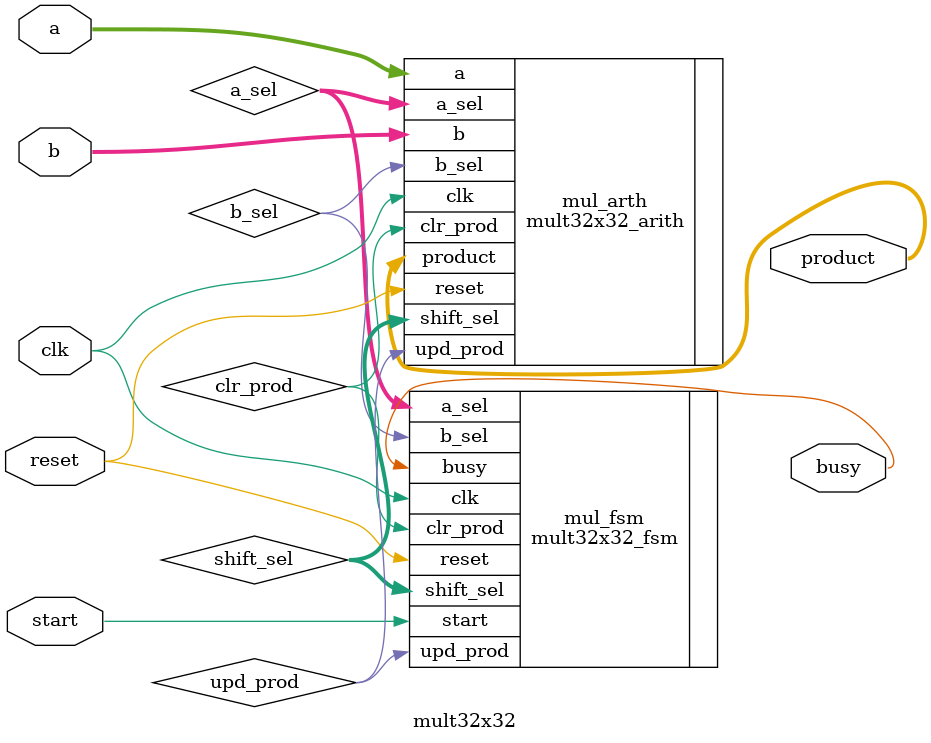
<source format=sv>
module mult32x32 (
    input logic clk,            // Clock
    input logic reset,          // Reset
    input logic start,          // Start signal
    input logic [31:0] a,       // Input a
    input logic [31:0] b,       // Input b
    output logic busy,          // Multiplier busy indication
    output logic [63:0] product // Miltiplication product
);

// Put your code here
// ------------------
logic [1:0] a_sel;
logic [2:0] shift_sel;
logic b_sel, upd_prod, clr_prod;
mult32x32_fsm mul_fsm (.clk(clk), .reset(reset), .start(start), .busy(busy), .a_sel(a_sel),
                       .b_sel(b_sel), .shift_sel(shift_sel), .upd_prod(upd_prod), .clr_prod(clr_prod));
mult32x32_arith mul_arth (.clk(clk), .reset(reset), .a(a), .b(b), .a_sel(a_sel), .b_sel(b_sel),
                          .shift_sel(shift_sel), .upd_prod(upd_prod), .clr_prod(clr_prod), .product(product));

// End of your code

endmodule

</source>
